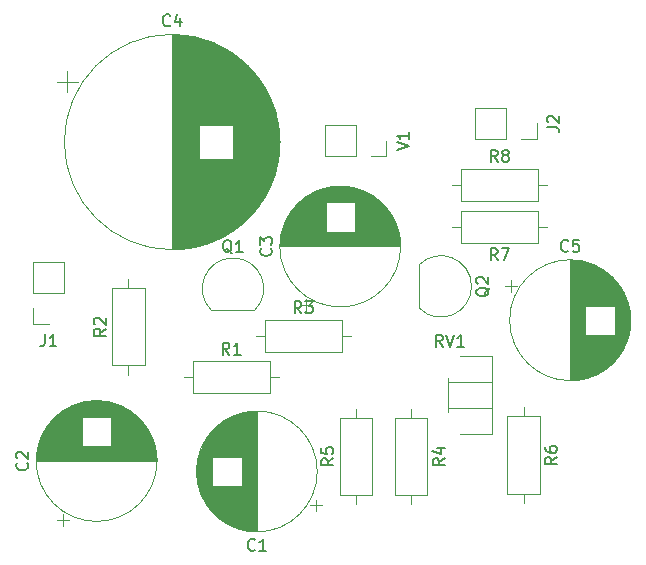
<source format=gto>
%TF.GenerationSoftware,KiCad,Pcbnew,(6.0.0)*%
%TF.CreationDate,2022-01-14T09:14:34+00:00*%
%TF.ProjectId,ampli1,616d706c-6931-42e6-9b69-6361645f7063,rev?*%
%TF.SameCoordinates,Original*%
%TF.FileFunction,Legend,Top*%
%TF.FilePolarity,Positive*%
%FSLAX46Y46*%
G04 Gerber Fmt 4.6, Leading zero omitted, Abs format (unit mm)*
G04 Created by KiCad (PCBNEW (6.0.0)) date 2022-01-14 09:14:34*
%MOMM*%
%LPD*%
G01*
G04 APERTURE LIST*
%ADD10C,0.150000*%
%ADD11C,0.120000*%
G04 APERTURE END LIST*
D10*
%TO.C,V1*%
X128812380Y-75224523D02*
X129812380Y-74891190D01*
X128812380Y-74557857D01*
X129812380Y-73700714D02*
X129812380Y-74272142D01*
X129812380Y-73986428D02*
X128812380Y-73986428D01*
X128955238Y-74081666D01*
X129050476Y-74176904D01*
X129098095Y-74272142D01*
%TO.C,Q2*%
X136647619Y-86855238D02*
X136600000Y-86950476D01*
X136504761Y-87045714D01*
X136361904Y-87188571D01*
X136314285Y-87283809D01*
X136314285Y-87379047D01*
X136552380Y-87331428D02*
X136504761Y-87426666D01*
X136409523Y-87521904D01*
X136219047Y-87569523D01*
X135885714Y-87569523D01*
X135695238Y-87521904D01*
X135600000Y-87426666D01*
X135552380Y-87331428D01*
X135552380Y-87140952D01*
X135600000Y-87045714D01*
X135695238Y-86950476D01*
X135885714Y-86902857D01*
X136219047Y-86902857D01*
X136409523Y-86950476D01*
X136504761Y-87045714D01*
X136552380Y-87140952D01*
X136552380Y-87331428D01*
X135647619Y-86521904D02*
X135600000Y-86474285D01*
X135552380Y-86379047D01*
X135552380Y-86140952D01*
X135600000Y-86045714D01*
X135647619Y-85998095D01*
X135742857Y-85950476D01*
X135838095Y-85950476D01*
X135980952Y-85998095D01*
X136552380Y-86569523D01*
X136552380Y-85950476D01*
%TO.C,C1*%
X116791010Y-109037142D02*
X116743391Y-109084761D01*
X116600534Y-109132380D01*
X116505296Y-109132380D01*
X116362438Y-109084761D01*
X116267200Y-108989523D01*
X116219581Y-108894285D01*
X116171962Y-108703809D01*
X116171962Y-108560952D01*
X116219581Y-108370476D01*
X116267200Y-108275238D01*
X116362438Y-108180000D01*
X116505296Y-108132380D01*
X116600534Y-108132380D01*
X116743391Y-108180000D01*
X116791010Y-108227619D01*
X117743391Y-109132380D02*
X117171962Y-109132380D01*
X117457677Y-109132380D02*
X117457677Y-108132380D01*
X117362438Y-108275238D01*
X117267200Y-108370476D01*
X117171962Y-108418095D01*
%TO.C,R4*%
X132852380Y-101326666D02*
X132376190Y-101660000D01*
X132852380Y-101898095D02*
X131852380Y-101898095D01*
X131852380Y-101517142D01*
X131900000Y-101421904D01*
X131947619Y-101374285D01*
X132042857Y-101326666D01*
X132185714Y-101326666D01*
X132280952Y-101374285D01*
X132328571Y-101421904D01*
X132376190Y-101517142D01*
X132376190Y-101898095D01*
X132185714Y-100469523D02*
X132852380Y-100469523D01*
X131804761Y-100707619D02*
X132519047Y-100945714D01*
X132519047Y-100326666D01*
%TO.C,R5*%
X123422380Y-101326666D02*
X122946190Y-101660000D01*
X123422380Y-101898095D02*
X122422380Y-101898095D01*
X122422380Y-101517142D01*
X122470000Y-101421904D01*
X122517619Y-101374285D01*
X122612857Y-101326666D01*
X122755714Y-101326666D01*
X122850952Y-101374285D01*
X122898571Y-101421904D01*
X122946190Y-101517142D01*
X122946190Y-101898095D01*
X122422380Y-100421904D02*
X122422380Y-100898095D01*
X122898571Y-100945714D01*
X122850952Y-100898095D01*
X122803333Y-100802857D01*
X122803333Y-100564761D01*
X122850952Y-100469523D01*
X122898571Y-100421904D01*
X122993809Y-100374285D01*
X123231904Y-100374285D01*
X123327142Y-100421904D01*
X123374761Y-100469523D01*
X123422380Y-100564761D01*
X123422380Y-100802857D01*
X123374761Y-100898095D01*
X123327142Y-100945714D01*
%TO.C,R1*%
X114623333Y-92532380D02*
X114290000Y-92056190D01*
X114051904Y-92532380D02*
X114051904Y-91532380D01*
X114432857Y-91532380D01*
X114528095Y-91580000D01*
X114575714Y-91627619D01*
X114623333Y-91722857D01*
X114623333Y-91865714D01*
X114575714Y-91960952D01*
X114528095Y-92008571D01*
X114432857Y-92056190D01*
X114051904Y-92056190D01*
X115575714Y-92532380D02*
X115004285Y-92532380D01*
X115290000Y-92532380D02*
X115290000Y-91532380D01*
X115194761Y-91675238D01*
X115099523Y-91770476D01*
X115004285Y-91818095D01*
%TO.C,C3*%
X118127142Y-83546666D02*
X118174761Y-83594285D01*
X118222380Y-83737142D01*
X118222380Y-83832380D01*
X118174761Y-83975238D01*
X118079523Y-84070476D01*
X117984285Y-84118095D01*
X117793809Y-84165714D01*
X117650952Y-84165714D01*
X117460476Y-84118095D01*
X117365238Y-84070476D01*
X117270000Y-83975238D01*
X117222380Y-83832380D01*
X117222380Y-83737142D01*
X117270000Y-83594285D01*
X117317619Y-83546666D01*
X117222380Y-83213333D02*
X117222380Y-82594285D01*
X117603333Y-82927619D01*
X117603333Y-82784761D01*
X117650952Y-82689523D01*
X117698571Y-82641904D01*
X117793809Y-82594285D01*
X118031904Y-82594285D01*
X118127142Y-82641904D01*
X118174761Y-82689523D01*
X118222380Y-82784761D01*
X118222380Y-83070476D01*
X118174761Y-83165714D01*
X118127142Y-83213333D01*
%TO.C,R3*%
X120723333Y-89032380D02*
X120390000Y-88556190D01*
X120151904Y-89032380D02*
X120151904Y-88032380D01*
X120532857Y-88032380D01*
X120628095Y-88080000D01*
X120675714Y-88127619D01*
X120723333Y-88222857D01*
X120723333Y-88365714D01*
X120675714Y-88460952D01*
X120628095Y-88508571D01*
X120532857Y-88556190D01*
X120151904Y-88556190D01*
X121056666Y-88032380D02*
X121675714Y-88032380D01*
X121342380Y-88413333D01*
X121485238Y-88413333D01*
X121580476Y-88460952D01*
X121628095Y-88508571D01*
X121675714Y-88603809D01*
X121675714Y-88841904D01*
X121628095Y-88937142D01*
X121580476Y-88984761D01*
X121485238Y-89032380D01*
X121199523Y-89032380D01*
X121104285Y-88984761D01*
X121056666Y-88937142D01*
%TO.C,Q1*%
X114844761Y-83937619D02*
X114749523Y-83890000D01*
X114654285Y-83794761D01*
X114511428Y-83651904D01*
X114416190Y-83604285D01*
X114320952Y-83604285D01*
X114368571Y-83842380D02*
X114273333Y-83794761D01*
X114178095Y-83699523D01*
X114130476Y-83509047D01*
X114130476Y-83175714D01*
X114178095Y-82985238D01*
X114273333Y-82890000D01*
X114368571Y-82842380D01*
X114559047Y-82842380D01*
X114654285Y-82890000D01*
X114749523Y-82985238D01*
X114797142Y-83175714D01*
X114797142Y-83509047D01*
X114749523Y-83699523D01*
X114654285Y-83794761D01*
X114559047Y-83842380D01*
X114368571Y-83842380D01*
X115749523Y-83842380D02*
X115178095Y-83842380D01*
X115463809Y-83842380D02*
X115463809Y-82842380D01*
X115368571Y-82985238D01*
X115273333Y-83080476D01*
X115178095Y-83128095D01*
%TO.C,C5*%
X143315656Y-83727142D02*
X143268037Y-83774761D01*
X143125180Y-83822380D01*
X143029942Y-83822380D01*
X142887084Y-83774761D01*
X142791846Y-83679523D01*
X142744227Y-83584285D01*
X142696608Y-83393809D01*
X142696608Y-83250952D01*
X142744227Y-83060476D01*
X142791846Y-82965238D01*
X142887084Y-82870000D01*
X143029942Y-82822380D01*
X143125180Y-82822380D01*
X143268037Y-82870000D01*
X143315656Y-82917619D01*
X144220418Y-82822380D02*
X143744227Y-82822380D01*
X143696608Y-83298571D01*
X143744227Y-83250952D01*
X143839465Y-83203333D01*
X144077561Y-83203333D01*
X144172799Y-83250952D01*
X144220418Y-83298571D01*
X144268037Y-83393809D01*
X144268037Y-83631904D01*
X144220418Y-83727142D01*
X144172799Y-83774761D01*
X144077561Y-83822380D01*
X143839465Y-83822380D01*
X143744227Y-83774761D01*
X143696608Y-83727142D01*
%TO.C,R2*%
X104162380Y-90346666D02*
X103686190Y-90680000D01*
X104162380Y-90918095D02*
X103162380Y-90918095D01*
X103162380Y-90537142D01*
X103210000Y-90441904D01*
X103257619Y-90394285D01*
X103352857Y-90346666D01*
X103495714Y-90346666D01*
X103590952Y-90394285D01*
X103638571Y-90441904D01*
X103686190Y-90537142D01*
X103686190Y-90918095D01*
X103257619Y-89965714D02*
X103210000Y-89918095D01*
X103162380Y-89822857D01*
X103162380Y-89584761D01*
X103210000Y-89489523D01*
X103257619Y-89441904D01*
X103352857Y-89394285D01*
X103448095Y-89394285D01*
X103590952Y-89441904D01*
X104162380Y-90013333D01*
X104162380Y-89394285D01*
%TO.C,J1*%
X98996666Y-90822380D02*
X98996666Y-91536666D01*
X98949047Y-91679523D01*
X98853809Y-91774761D01*
X98710952Y-91822380D01*
X98615714Y-91822380D01*
X99996666Y-91822380D02*
X99425238Y-91822380D01*
X99710952Y-91822380D02*
X99710952Y-90822380D01*
X99615714Y-90965238D01*
X99520476Y-91060476D01*
X99425238Y-91108095D01*
%TO.C,R7*%
X137343333Y-84542380D02*
X137010000Y-84066190D01*
X136771904Y-84542380D02*
X136771904Y-83542380D01*
X137152857Y-83542380D01*
X137248095Y-83590000D01*
X137295714Y-83637619D01*
X137343333Y-83732857D01*
X137343333Y-83875714D01*
X137295714Y-83970952D01*
X137248095Y-84018571D01*
X137152857Y-84066190D01*
X136771904Y-84066190D01*
X137676666Y-83542380D02*
X138343333Y-83542380D01*
X137914761Y-84542380D01*
%TO.C,J2*%
X141552380Y-73298333D02*
X142266666Y-73298333D01*
X142409523Y-73345952D01*
X142504761Y-73441190D01*
X142552380Y-73584047D01*
X142552380Y-73679285D01*
X141647619Y-72869761D02*
X141600000Y-72822142D01*
X141552380Y-72726904D01*
X141552380Y-72488809D01*
X141600000Y-72393571D01*
X141647619Y-72345952D01*
X141742857Y-72298333D01*
X141838095Y-72298333D01*
X141980952Y-72345952D01*
X142552380Y-72917380D01*
X142552380Y-72298333D01*
%TO.C,RV1*%
X132679761Y-91852380D02*
X132346428Y-91376190D01*
X132108333Y-91852380D02*
X132108333Y-90852380D01*
X132489285Y-90852380D01*
X132584523Y-90900000D01*
X132632142Y-90947619D01*
X132679761Y-91042857D01*
X132679761Y-91185714D01*
X132632142Y-91280952D01*
X132584523Y-91328571D01*
X132489285Y-91376190D01*
X132108333Y-91376190D01*
X132965476Y-90852380D02*
X133298809Y-91852380D01*
X133632142Y-90852380D01*
X134489285Y-91852380D02*
X133917857Y-91852380D01*
X134203571Y-91852380D02*
X134203571Y-90852380D01*
X134108333Y-90995238D01*
X134013095Y-91090476D01*
X133917857Y-91138095D01*
%TO.C,C4*%
X109613127Y-64637142D02*
X109565508Y-64684761D01*
X109422651Y-64732380D01*
X109327413Y-64732380D01*
X109184555Y-64684761D01*
X109089317Y-64589523D01*
X109041698Y-64494285D01*
X108994079Y-64303809D01*
X108994079Y-64160952D01*
X109041698Y-63970476D01*
X109089317Y-63875238D01*
X109184555Y-63780000D01*
X109327413Y-63732380D01*
X109422651Y-63732380D01*
X109565508Y-63780000D01*
X109613127Y-63827619D01*
X110470270Y-64065714D02*
X110470270Y-64732380D01*
X110232174Y-63684761D02*
X109994079Y-64399047D01*
X110613127Y-64399047D01*
%TO.C,R6*%
X142372380Y-101206666D02*
X141896190Y-101540000D01*
X142372380Y-101778095D02*
X141372380Y-101778095D01*
X141372380Y-101397142D01*
X141420000Y-101301904D01*
X141467619Y-101254285D01*
X141562857Y-101206666D01*
X141705714Y-101206666D01*
X141800952Y-101254285D01*
X141848571Y-101301904D01*
X141896190Y-101397142D01*
X141896190Y-101778095D01*
X141372380Y-100349523D02*
X141372380Y-100540000D01*
X141420000Y-100635238D01*
X141467619Y-100682857D01*
X141610476Y-100778095D01*
X141800952Y-100825714D01*
X142181904Y-100825714D01*
X142277142Y-100778095D01*
X142324761Y-100730476D01*
X142372380Y-100635238D01*
X142372380Y-100444761D01*
X142324761Y-100349523D01*
X142277142Y-100301904D01*
X142181904Y-100254285D01*
X141943809Y-100254285D01*
X141848571Y-100301904D01*
X141800952Y-100349523D01*
X141753333Y-100444761D01*
X141753333Y-100635238D01*
X141800952Y-100730476D01*
X141848571Y-100778095D01*
X141943809Y-100825714D01*
%TO.C,R8*%
X137343333Y-76232380D02*
X137010000Y-75756190D01*
X136771904Y-76232380D02*
X136771904Y-75232380D01*
X137152857Y-75232380D01*
X137248095Y-75280000D01*
X137295714Y-75327619D01*
X137343333Y-75422857D01*
X137343333Y-75565714D01*
X137295714Y-75660952D01*
X137248095Y-75708571D01*
X137152857Y-75756190D01*
X136771904Y-75756190D01*
X137914761Y-75660952D02*
X137819523Y-75613333D01*
X137771904Y-75565714D01*
X137724285Y-75470476D01*
X137724285Y-75422857D01*
X137771904Y-75327619D01*
X137819523Y-75280000D01*
X137914761Y-75232380D01*
X138105238Y-75232380D01*
X138200476Y-75280000D01*
X138248095Y-75327619D01*
X138295714Y-75422857D01*
X138295714Y-75470476D01*
X138248095Y-75565714D01*
X138200476Y-75613333D01*
X138105238Y-75660952D01*
X137914761Y-75660952D01*
X137819523Y-75708571D01*
X137771904Y-75756190D01*
X137724285Y-75851428D01*
X137724285Y-76041904D01*
X137771904Y-76137142D01*
X137819523Y-76184761D01*
X137914761Y-76232380D01*
X138105238Y-76232380D01*
X138200476Y-76184761D01*
X138248095Y-76137142D01*
X138295714Y-76041904D01*
X138295714Y-75851428D01*
X138248095Y-75756190D01*
X138200476Y-75708571D01*
X138105238Y-75660952D01*
%TO.C,C2*%
X97497142Y-101704343D02*
X97544761Y-101751962D01*
X97592380Y-101894819D01*
X97592380Y-101990057D01*
X97544761Y-102132915D01*
X97449523Y-102228153D01*
X97354285Y-102275772D01*
X97163809Y-102323391D01*
X97020952Y-102323391D01*
X96830476Y-102275772D01*
X96735238Y-102228153D01*
X96640000Y-102132915D01*
X96592380Y-101990057D01*
X96592380Y-101894819D01*
X96640000Y-101751962D01*
X96687619Y-101704343D01*
X96687619Y-101323391D02*
X96640000Y-101275772D01*
X96592380Y-101180534D01*
X96592380Y-100942438D01*
X96640000Y-100847200D01*
X96687619Y-100799581D01*
X96782857Y-100751962D01*
X96878095Y-100751962D01*
X97020952Y-100799581D01*
X97592380Y-101371010D01*
X97592380Y-100751962D01*
D11*
%TO.C,V1*%
X125320000Y-75745000D02*
X122720000Y-75745000D01*
X125320000Y-73085000D02*
X122720000Y-73085000D01*
X122720000Y-73085000D02*
X122720000Y-75745000D01*
X127920000Y-74415000D02*
X127920000Y-75745000D01*
X125320000Y-73085000D02*
X125320000Y-75745000D01*
X127920000Y-75745000D02*
X126590000Y-75745000D01*
%TO.C,Q2*%
X130690000Y-84960000D02*
X130690000Y-88560000D01*
X130701522Y-88598478D02*
G75*
G03*
X135140000Y-86760000I1838478J1838478D01*
G01*
X135140001Y-86760000D02*
G75*
G03*
X130701522Y-84921522I-2600001J0D01*
G01*
%TO.C,C1*%
X112996677Y-105636000D02*
X112996677Y-99224000D01*
X116397677Y-107480000D02*
X116397677Y-97380000D01*
X113996677Y-101189000D02*
X113996677Y-98292000D01*
X115476677Y-107292000D02*
X115476677Y-103671000D01*
X114796677Y-107033000D02*
X114796677Y-103671000D01*
X114316677Y-106777000D02*
X114316677Y-103671000D01*
X112036677Y-103808000D02*
X112036677Y-101052000D01*
X114716677Y-106994000D02*
X114716677Y-103671000D01*
X113476677Y-106146000D02*
X113476677Y-103671000D01*
X113756677Y-106387000D02*
X113756677Y-103671000D01*
X114116677Y-101189000D02*
X114116677Y-98209000D01*
X115036677Y-101189000D02*
X115036677Y-97723000D01*
X114996677Y-107120000D02*
X114996677Y-103671000D01*
X113076677Y-105731000D02*
X113076677Y-99129000D01*
X113956677Y-106540000D02*
X113956677Y-103671000D01*
X115436677Y-107280000D02*
X115436677Y-103671000D01*
X112396677Y-104719000D02*
X112396677Y-100141000D01*
X114796677Y-101189000D02*
X114796677Y-97827000D01*
X114556677Y-101189000D02*
X114556677Y-97947000D01*
X112596677Y-105075000D02*
X112596677Y-99785000D01*
X113516677Y-101189000D02*
X113516677Y-98677000D01*
X114756677Y-107014000D02*
X114756677Y-103671000D01*
X112516677Y-104940000D02*
X112516677Y-99920000D01*
X115876677Y-107395000D02*
X115876677Y-97465000D01*
X116677677Y-107503000D02*
X116677677Y-97357000D01*
X112956677Y-105586000D02*
X112956677Y-99274000D01*
X114196677Y-106703000D02*
X114196677Y-103671000D01*
X115676677Y-107348000D02*
X115676677Y-103671000D01*
X115716677Y-107358000D02*
X115716677Y-97502000D01*
X113276677Y-105950000D02*
X113276677Y-103671000D01*
X115996677Y-107420000D02*
X115996677Y-97440000D01*
X114636677Y-101189000D02*
X114636677Y-97905000D01*
X114156677Y-106677000D02*
X114156677Y-103671000D01*
X112796677Y-105375000D02*
X112796677Y-99485000D01*
X116957677Y-107510000D02*
X116957677Y-97350000D01*
X111876677Y-103029000D02*
X111876677Y-101831000D01*
X113236677Y-101189000D02*
X113236677Y-98952000D01*
X114276677Y-101189000D02*
X114276677Y-98107000D01*
X114196677Y-101189000D02*
X114196677Y-98157000D01*
X115156677Y-101189000D02*
X115156677Y-97676000D01*
X114236677Y-106728000D02*
X114236677Y-103671000D01*
X113436677Y-101189000D02*
X113436677Y-98751000D01*
X114316677Y-101189000D02*
X114316677Y-98083000D01*
X112636677Y-105139000D02*
X112636677Y-99721000D01*
X113316677Y-105991000D02*
X113316677Y-103671000D01*
X115116677Y-101189000D02*
X115116677Y-97692000D01*
X115516677Y-107304000D02*
X115516677Y-103671000D01*
X113116677Y-105777000D02*
X113116677Y-99083000D01*
X115756677Y-107368000D02*
X115756677Y-97492000D01*
X115836677Y-107386000D02*
X115836677Y-97474000D01*
X116557677Y-107495000D02*
X116557677Y-97365000D01*
X112676677Y-105200000D02*
X112676677Y-99660000D01*
X116196677Y-107454000D02*
X116196677Y-97406000D01*
X114916677Y-101189000D02*
X114916677Y-97773000D01*
X111916677Y-103292000D02*
X111916677Y-101568000D01*
X116116677Y-107441000D02*
X116116677Y-97419000D01*
X113236677Y-105908000D02*
X113236677Y-103671000D01*
X115556677Y-101189000D02*
X115556677Y-97545000D01*
X115316677Y-101189000D02*
X115316677Y-97619000D01*
X114076677Y-106624000D02*
X114076677Y-103671000D01*
X115396677Y-101189000D02*
X115396677Y-97593000D01*
X112836677Y-105430000D02*
X112836677Y-99430000D01*
X114676677Y-101189000D02*
X114676677Y-97885000D01*
X116717677Y-107505000D02*
X116717677Y-97355000D01*
X116797677Y-107508000D02*
X116797677Y-97352000D01*
X111956677Y-103492000D02*
X111956677Y-101368000D01*
X113676677Y-101189000D02*
X113676677Y-98538000D01*
X112276677Y-104467000D02*
X112276677Y-100393000D01*
X114436677Y-106847000D02*
X114436677Y-103671000D01*
X116597677Y-107498000D02*
X116597677Y-97362000D01*
X113196677Y-105866000D02*
X113196677Y-98994000D01*
X116437677Y-107484000D02*
X116437677Y-97376000D01*
X115076677Y-101189000D02*
X115076677Y-97707000D01*
X115636677Y-107337000D02*
X115636677Y-103671000D01*
X116036677Y-107427000D02*
X116036677Y-97433000D01*
X116317677Y-107470000D02*
X116317677Y-97390000D01*
X114676677Y-106975000D02*
X114676677Y-103671000D01*
X113876677Y-101189000D02*
X113876677Y-98380000D01*
X113636677Y-106288000D02*
X113636677Y-103671000D01*
X112876677Y-105484000D02*
X112876677Y-99376000D01*
X113796677Y-101189000D02*
X113796677Y-98441000D01*
X113356677Y-106031000D02*
X113356677Y-103671000D01*
X116357677Y-107475000D02*
X116357677Y-97385000D01*
X113436677Y-106109000D02*
X113436677Y-103671000D01*
X113556677Y-106219000D02*
X113556677Y-103671000D01*
X113596677Y-106254000D02*
X113596677Y-103671000D01*
X114356677Y-101189000D02*
X114356677Y-98059000D01*
X115196677Y-107198000D02*
X115196677Y-103671000D01*
X115796677Y-107377000D02*
X115796677Y-97483000D01*
X114356677Y-106801000D02*
X114356677Y-103671000D01*
X115396677Y-107267000D02*
X115396677Y-103671000D01*
X114516677Y-101189000D02*
X114516677Y-97968000D01*
X114236677Y-101189000D02*
X114236677Y-98132000D01*
X114636677Y-106955000D02*
X114636677Y-103671000D01*
X115596677Y-101189000D02*
X115596677Y-97533000D01*
X112156677Y-104172000D02*
X112156677Y-100688000D01*
X115516677Y-101189000D02*
X115516677Y-97556000D01*
X116517677Y-107492000D02*
X116517677Y-97368000D01*
X114076677Y-101189000D02*
X114076677Y-98236000D01*
X114836677Y-101189000D02*
X114836677Y-97809000D01*
X114556677Y-106913000D02*
X114556677Y-103671000D01*
X114276677Y-106753000D02*
X114276677Y-103671000D01*
X113716677Y-106355000D02*
X113716677Y-103671000D01*
X113916677Y-106510000D02*
X113916677Y-103671000D01*
X114476677Y-106870000D02*
X114476677Y-103671000D01*
X111996677Y-103660000D02*
X111996677Y-101200000D01*
X121937323Y-105805000D02*
X121937323Y-104805000D01*
X113476677Y-101189000D02*
X113476677Y-98714000D01*
X116757677Y-107507000D02*
X116757677Y-97353000D01*
X114036677Y-106596000D02*
X114036677Y-103671000D01*
X113756677Y-101189000D02*
X113756677Y-98473000D01*
X113916677Y-101189000D02*
X113916677Y-98350000D01*
X112316677Y-104555000D02*
X112316677Y-100305000D01*
X115636677Y-101189000D02*
X115636677Y-97523000D01*
X112556677Y-105009000D02*
X112556677Y-99851000D01*
X116917677Y-107510000D02*
X116917677Y-97350000D01*
X112916677Y-105536000D02*
X112916677Y-99324000D01*
X115276677Y-101189000D02*
X115276677Y-97633000D01*
X115116677Y-107168000D02*
X115116677Y-103671000D01*
X112236677Y-104374000D02*
X112236677Y-100486000D01*
X112756677Y-105319000D02*
X112756677Y-99541000D01*
X114596677Y-106934000D02*
X114596677Y-103671000D01*
X114996677Y-101189000D02*
X114996677Y-97740000D01*
X113676677Y-106322000D02*
X113676677Y-103671000D01*
X113036677Y-105684000D02*
X113036677Y-99176000D01*
X112196677Y-104276000D02*
X112196677Y-100584000D01*
X113156677Y-105822000D02*
X113156677Y-99038000D01*
X114116677Y-106651000D02*
X114116677Y-103671000D01*
X112076677Y-103940000D02*
X112076677Y-100920000D01*
X114836677Y-107051000D02*
X114836677Y-103671000D01*
X112716677Y-105260000D02*
X112716677Y-99600000D01*
X114396677Y-101189000D02*
X114396677Y-98035000D01*
X115436677Y-101189000D02*
X115436677Y-97580000D01*
X116236677Y-107460000D02*
X116236677Y-97400000D01*
X115076677Y-107153000D02*
X115076677Y-103671000D01*
X115556677Y-107315000D02*
X115556677Y-103671000D01*
X113396677Y-106070000D02*
X113396677Y-103671000D01*
X113596677Y-101189000D02*
X113596677Y-98606000D01*
X114036677Y-101189000D02*
X114036677Y-98264000D01*
X116637677Y-107500000D02*
X116637677Y-97360000D01*
X116837677Y-107509000D02*
X116837677Y-97351000D01*
X116277677Y-107465000D02*
X116277677Y-97395000D01*
X114476677Y-101189000D02*
X114476677Y-97990000D01*
X114876677Y-107069000D02*
X114876677Y-103671000D01*
X112476677Y-104869000D02*
X112476677Y-99991000D01*
X113316677Y-101189000D02*
X113316677Y-98869000D01*
X114596677Y-101189000D02*
X114596677Y-97926000D01*
X115196677Y-101189000D02*
X115196677Y-97662000D01*
X114156677Y-101189000D02*
X114156677Y-98183000D01*
X114916677Y-107087000D02*
X114916677Y-103671000D01*
X115676677Y-101189000D02*
X115676677Y-97512000D01*
X113716677Y-101189000D02*
X113716677Y-98505000D01*
X113516677Y-106183000D02*
X113516677Y-103671000D01*
X113836677Y-106450000D02*
X113836677Y-103671000D01*
X112356677Y-104639000D02*
X112356677Y-100221000D01*
X114876677Y-101189000D02*
X114876677Y-97791000D01*
X113356677Y-101189000D02*
X113356677Y-98829000D01*
X113956677Y-101189000D02*
X113956677Y-98320000D01*
X116477677Y-107488000D02*
X116477677Y-97372000D01*
X116076677Y-107434000D02*
X116076677Y-97426000D01*
X116156677Y-107448000D02*
X116156677Y-97412000D01*
X115156677Y-107184000D02*
X115156677Y-103671000D01*
X114956677Y-107104000D02*
X114956677Y-103671000D01*
X114436677Y-101189000D02*
X114436677Y-98013000D01*
X113276677Y-101189000D02*
X113276677Y-98910000D01*
X114716677Y-101189000D02*
X114716677Y-97866000D01*
X112116677Y-104060000D02*
X112116677Y-100800000D01*
X114756677Y-101189000D02*
X114756677Y-97846000D01*
X112436677Y-104795000D02*
X112436677Y-100065000D01*
X113396677Y-101189000D02*
X113396677Y-98790000D01*
X114396677Y-106825000D02*
X114396677Y-103671000D01*
X115236677Y-101189000D02*
X115236677Y-97647000D01*
X115036677Y-107137000D02*
X115036677Y-103671000D01*
X115316677Y-107241000D02*
X115316677Y-103671000D01*
X113636677Y-101189000D02*
X113636677Y-98572000D01*
X113876677Y-106480000D02*
X113876677Y-103671000D01*
X115356677Y-107254000D02*
X115356677Y-103671000D01*
X122437323Y-105305000D02*
X121437323Y-105305000D01*
X116877677Y-107510000D02*
X116877677Y-97350000D01*
X115476677Y-101189000D02*
X115476677Y-97568000D01*
X115356677Y-101189000D02*
X115356677Y-97606000D01*
X115916677Y-107404000D02*
X115916677Y-97456000D01*
X114956677Y-101189000D02*
X114956677Y-97756000D01*
X115596677Y-107327000D02*
X115596677Y-103671000D01*
X115276677Y-107227000D02*
X115276677Y-103671000D01*
X113996677Y-106568000D02*
X113996677Y-103671000D01*
X115956677Y-107412000D02*
X115956677Y-97448000D01*
X113836677Y-101189000D02*
X113836677Y-98410000D01*
X115236677Y-107213000D02*
X115236677Y-103671000D01*
X114516677Y-106892000D02*
X114516677Y-103671000D01*
X113556677Y-101189000D02*
X113556677Y-98641000D01*
X113796677Y-106419000D02*
X113796677Y-103671000D01*
X122077677Y-102430000D02*
G75*
G03*
X122077677Y-102430000I-5120000J0D01*
G01*
%TO.C,R4*%
X131400000Y-104430000D02*
X131400000Y-97890000D01*
X130030000Y-105200000D02*
X130030000Y-104430000D01*
X128660000Y-104430000D02*
X131400000Y-104430000D01*
X131400000Y-97890000D02*
X128660000Y-97890000D01*
X128660000Y-97890000D02*
X128660000Y-104430000D01*
X130030000Y-97120000D02*
X130030000Y-97890000D01*
%TO.C,R5*%
X125340000Y-105200000D02*
X125340000Y-104430000D01*
X125340000Y-97120000D02*
X125340000Y-97890000D01*
X123970000Y-104430000D02*
X126710000Y-104430000D01*
X123970000Y-97890000D02*
X123970000Y-104430000D01*
X126710000Y-104430000D02*
X126710000Y-97890000D01*
X126710000Y-97890000D02*
X123970000Y-97890000D01*
%TO.C,R1*%
X118060000Y-93080000D02*
X111520000Y-93080000D01*
X110750000Y-94450000D02*
X111520000Y-94450000D01*
X118830000Y-94450000D02*
X118060000Y-94450000D01*
X111520000Y-95820000D02*
X118060000Y-95820000D01*
X111520000Y-93080000D02*
X111520000Y-95820000D01*
X118060000Y-95820000D02*
X118060000Y-93080000D01*
%TO.C,C3*%
X119313000Y-81459000D02*
X122779000Y-81459000D01*
X119237000Y-81659000D02*
X122779000Y-81659000D01*
X125261000Y-79859000D02*
X127699000Y-79859000D01*
X119854000Y-80459000D02*
X122779000Y-80459000D01*
X125261000Y-81859000D02*
X128870000Y-81859000D01*
X120584000Y-79619000D02*
X127456000Y-79619000D01*
X125261000Y-80179000D02*
X127977000Y-80179000D01*
X120063000Y-80179000D02*
X122779000Y-80179000D01*
X119009000Y-82539000D02*
X129031000Y-82539000D01*
X118980000Y-82740000D02*
X129060000Y-82740000D01*
X120419000Y-79779000D02*
X122779000Y-79779000D01*
X125261000Y-81579000D02*
X128774000Y-81579000D01*
X119055000Y-82299000D02*
X128985000Y-82299000D01*
X125261000Y-81059000D02*
X128545000Y-81059000D01*
X125261000Y-80939000D02*
X128482000Y-80939000D01*
X121020000Y-79259000D02*
X127020000Y-79259000D01*
X119082000Y-82179000D02*
X128958000Y-82179000D01*
X125261000Y-81939000D02*
X128894000Y-81939000D01*
X119516000Y-81019000D02*
X122779000Y-81019000D01*
X119330000Y-81419000D02*
X122779000Y-81419000D01*
X120231000Y-79979000D02*
X122779000Y-79979000D01*
X125261000Y-81779000D02*
X128844000Y-81779000D01*
X118990000Y-82659000D02*
X129050000Y-82659000D01*
X121983000Y-78699000D02*
X126057000Y-78699000D01*
X119580000Y-80899000D02*
X122779000Y-80899000D01*
X125261000Y-79979000D02*
X127809000Y-79979000D01*
X125261000Y-81419000D02*
X128710000Y-81419000D01*
X119799000Y-80539000D02*
X122779000Y-80539000D01*
X125261000Y-80699000D02*
X128343000Y-80699000D01*
X121375000Y-79019000D02*
X126665000Y-79019000D01*
X125261000Y-81139000D02*
X128584000Y-81139000D01*
X125261000Y-79699000D02*
X127540000Y-79699000D01*
X121895000Y-78739000D02*
X126145000Y-78739000D01*
X125261000Y-81699000D02*
X128817000Y-81699000D01*
X119135000Y-81979000D02*
X122779000Y-81979000D01*
X120500000Y-79699000D02*
X122779000Y-79699000D01*
X119170000Y-81859000D02*
X122779000Y-81859000D01*
X125261000Y-80859000D02*
X128437000Y-80859000D01*
X118985000Y-82700000D02*
X129055000Y-82700000D01*
X118947000Y-83100000D02*
X129093000Y-83100000D01*
X120000000Y-80259000D02*
X122779000Y-80259000D01*
X119209000Y-81739000D02*
X122779000Y-81739000D01*
X118952000Y-83020000D02*
X129088000Y-83020000D01*
X125261000Y-80539000D02*
X128241000Y-80539000D01*
X125261000Y-81979000D02*
X128905000Y-81979000D01*
X120719000Y-79499000D02*
X127321000Y-79499000D01*
X125261000Y-81099000D02*
X128565000Y-81099000D01*
X119436000Y-81179000D02*
X122779000Y-81179000D01*
X125261000Y-80019000D02*
X127844000Y-80019000D01*
X123421000Y-78299000D02*
X124619000Y-78299000D01*
X119023000Y-82459000D02*
X129017000Y-82459000D01*
X121510000Y-78939000D02*
X126530000Y-78939000D01*
X118940000Y-83300000D02*
X129100000Y-83300000D01*
X123158000Y-78339000D02*
X124882000Y-78339000D01*
X119016000Y-82499000D02*
X129024000Y-82499000D01*
X119146000Y-81939000D02*
X122779000Y-81939000D01*
X120542000Y-79659000D02*
X122779000Y-79659000D01*
X119002000Y-82579000D02*
X129038000Y-82579000D01*
X119102000Y-82099000D02*
X122779000Y-82099000D01*
X121250000Y-79099000D02*
X126790000Y-79099000D01*
X125261000Y-80299000D02*
X128070000Y-80299000D01*
X121145000Y-88859646D02*
X121145000Y-87859646D01*
X125261000Y-81259000D02*
X128641000Y-81259000D01*
X119030000Y-82419000D02*
X129010000Y-82419000D01*
X120645000Y-88359646D02*
X121645000Y-88359646D01*
X119910000Y-80379000D02*
X122779000Y-80379000D01*
X125261000Y-81819000D02*
X128857000Y-81819000D01*
X125261000Y-80979000D02*
X128503000Y-80979000D01*
X125261000Y-80819000D02*
X128415000Y-80819000D01*
X119123000Y-82019000D02*
X122779000Y-82019000D01*
X125261000Y-80739000D02*
X128367000Y-80739000D01*
X125261000Y-81339000D02*
X128677000Y-81339000D01*
X125261000Y-80219000D02*
X128009000Y-80219000D01*
X120628000Y-79579000D02*
X127412000Y-79579000D01*
X119346000Y-81379000D02*
X122779000Y-81379000D01*
X121311000Y-79059000D02*
X126729000Y-79059000D01*
X125261000Y-80659000D02*
X128318000Y-80659000D01*
X125261000Y-81659000D02*
X128803000Y-81659000D01*
X118941000Y-83260000D02*
X129099000Y-83260000D01*
X118940000Y-83340000D02*
X129100000Y-83340000D01*
X125261000Y-79939000D02*
X127773000Y-79939000D01*
X125261000Y-79739000D02*
X127581000Y-79739000D01*
X122958000Y-78379000D02*
X125082000Y-78379000D01*
X119399000Y-81259000D02*
X122779000Y-81259000D01*
X122390000Y-78539000D02*
X125650000Y-78539000D01*
X119773000Y-80579000D02*
X122779000Y-80579000D01*
X120814000Y-79419000D02*
X127226000Y-79419000D01*
X120162000Y-80059000D02*
X122779000Y-80059000D01*
X125261000Y-80459000D02*
X128186000Y-80459000D01*
X119363000Y-81339000D02*
X122779000Y-81339000D01*
X119475000Y-81099000D02*
X122779000Y-81099000D01*
X125261000Y-79779000D02*
X127621000Y-79779000D01*
X120864000Y-79379000D02*
X127176000Y-79379000D01*
X120304000Y-79899000D02*
X122779000Y-79899000D01*
X122174000Y-78619000D02*
X125866000Y-78619000D01*
X119495000Y-81059000D02*
X122779000Y-81059000D01*
X119297000Y-81499000D02*
X122779000Y-81499000D01*
X120380000Y-79819000D02*
X122779000Y-79819000D01*
X119940000Y-80339000D02*
X122779000Y-80339000D01*
X121655000Y-78859000D02*
X126385000Y-78859000D01*
X119113000Y-82059000D02*
X122779000Y-82059000D01*
X119282000Y-81539000D02*
X122779000Y-81539000D01*
X118942000Y-83220000D02*
X129098000Y-83220000D01*
X119747000Y-80619000D02*
X122779000Y-80619000D01*
X121811000Y-78779000D02*
X126229000Y-78779000D01*
X125261000Y-79819000D02*
X127660000Y-79819000D01*
X120095000Y-80139000D02*
X122779000Y-80139000D01*
X118945000Y-83140000D02*
X129095000Y-83140000D01*
X121441000Y-78979000D02*
X126599000Y-78979000D01*
X125261000Y-79659000D02*
X127498000Y-79659000D01*
X118962000Y-82900000D02*
X129078000Y-82900000D01*
X121075000Y-79219000D02*
X126965000Y-79219000D01*
X122278000Y-78579000D02*
X125762000Y-78579000D01*
X118940000Y-83380000D02*
X129100000Y-83380000D01*
X119882000Y-80419000D02*
X122779000Y-80419000D01*
X125261000Y-80619000D02*
X128293000Y-80619000D01*
X119697000Y-80699000D02*
X122779000Y-80699000D01*
X119158000Y-81899000D02*
X122779000Y-81899000D01*
X119046000Y-82339000D02*
X128994000Y-82339000D01*
X119826000Y-80499000D02*
X122779000Y-80499000D01*
X119456000Y-81139000D02*
X122779000Y-81139000D01*
X119092000Y-82139000D02*
X128948000Y-82139000D01*
X125261000Y-79899000D02*
X127736000Y-79899000D01*
X119252000Y-81619000D02*
X122779000Y-81619000D01*
X125261000Y-80499000D02*
X128214000Y-80499000D01*
X125261000Y-81499000D02*
X128743000Y-81499000D01*
X119223000Y-81699000D02*
X122779000Y-81699000D01*
X125261000Y-80259000D02*
X128040000Y-80259000D01*
X125261000Y-82099000D02*
X128938000Y-82099000D01*
X119196000Y-81779000D02*
X122779000Y-81779000D01*
X120267000Y-79939000D02*
X122779000Y-79939000D01*
X120196000Y-80019000D02*
X122779000Y-80019000D01*
X120673000Y-79539000D02*
X127367000Y-79539000D01*
X122790000Y-78419000D02*
X125250000Y-78419000D01*
X118958000Y-82940000D02*
X129082000Y-82940000D01*
X125261000Y-80139000D02*
X127945000Y-80139000D01*
X119038000Y-82379000D02*
X129002000Y-82379000D01*
X121581000Y-78899000D02*
X126459000Y-78899000D01*
X120914000Y-79339000D02*
X127126000Y-79339000D01*
X119417000Y-81219000D02*
X122779000Y-81219000D01*
X119673000Y-80739000D02*
X122779000Y-80739000D01*
X125261000Y-81619000D02*
X128788000Y-81619000D01*
X125261000Y-80779000D02*
X128391000Y-80779000D01*
X125261000Y-81539000D02*
X128758000Y-81539000D01*
X118975000Y-82780000D02*
X129065000Y-82780000D01*
X125261000Y-81739000D02*
X128831000Y-81739000D01*
X122076000Y-78659000D02*
X125964000Y-78659000D01*
X120766000Y-79459000D02*
X127274000Y-79459000D01*
X125261000Y-80339000D02*
X128100000Y-80339000D01*
X125261000Y-82019000D02*
X128917000Y-82019000D01*
X122642000Y-78459000D02*
X125398000Y-78459000D01*
X119266000Y-81579000D02*
X122779000Y-81579000D01*
X119603000Y-80859000D02*
X122779000Y-80859000D01*
X121190000Y-79139000D02*
X126850000Y-79139000D01*
X119381000Y-81299000D02*
X122779000Y-81299000D01*
X125261000Y-81379000D02*
X128694000Y-81379000D01*
X125261000Y-82059000D02*
X128927000Y-82059000D01*
X125261000Y-81899000D02*
X128882000Y-81899000D01*
X120966000Y-79299000D02*
X127074000Y-79299000D01*
X122510000Y-78499000D02*
X125530000Y-78499000D01*
X118955000Y-82980000D02*
X129085000Y-82980000D01*
X125261000Y-80899000D02*
X128460000Y-80899000D01*
X125261000Y-81179000D02*
X128604000Y-81179000D01*
X119064000Y-82259000D02*
X128976000Y-82259000D01*
X121731000Y-78819000D02*
X126309000Y-78819000D01*
X118966000Y-82860000D02*
X129074000Y-82860000D01*
X125261000Y-80059000D02*
X127878000Y-80059000D01*
X119073000Y-82219000D02*
X128967000Y-82219000D01*
X120031000Y-80219000D02*
X122779000Y-80219000D01*
X119558000Y-80939000D02*
X122779000Y-80939000D01*
X119183000Y-81819000D02*
X122779000Y-81819000D01*
X125261000Y-80099000D02*
X127912000Y-80099000D01*
X120459000Y-79739000D02*
X122779000Y-79739000D01*
X120128000Y-80099000D02*
X122779000Y-80099000D01*
X125261000Y-80419000D02*
X128158000Y-80419000D01*
X125261000Y-81299000D02*
X128659000Y-81299000D01*
X119649000Y-80779000D02*
X122779000Y-80779000D01*
X125261000Y-81219000D02*
X128623000Y-81219000D01*
X125261000Y-81019000D02*
X128524000Y-81019000D01*
X118943000Y-83180000D02*
X129097000Y-83180000D01*
X118970000Y-82820000D02*
X129070000Y-82820000D01*
X121131000Y-79179000D02*
X126909000Y-79179000D01*
X119722000Y-80659000D02*
X122779000Y-80659000D01*
X120341000Y-79859000D02*
X122779000Y-79859000D01*
X118950000Y-83060000D02*
X129090000Y-83060000D01*
X119625000Y-80819000D02*
X122779000Y-80819000D01*
X125261000Y-81459000D02*
X128727000Y-81459000D01*
X125261000Y-80579000D02*
X128267000Y-80579000D01*
X119970000Y-80299000D02*
X122779000Y-80299000D01*
X119537000Y-80979000D02*
X122779000Y-80979000D01*
X125261000Y-80379000D02*
X128130000Y-80379000D01*
X118996000Y-82619000D02*
X129044000Y-82619000D01*
X129140000Y-83380000D02*
G75*
G03*
X129140000Y-83380000I-5120000J0D01*
G01*
%TO.C,R3*%
X117620000Y-92320000D02*
X124160000Y-92320000D01*
X124160000Y-89580000D02*
X117620000Y-89580000D01*
X117620000Y-89580000D02*
X117620000Y-92320000D01*
X116850000Y-90950000D02*
X117620000Y-90950000D01*
X124930000Y-90950000D02*
X124160000Y-90950000D01*
X124160000Y-92320000D02*
X124160000Y-89580000D01*
%TO.C,Q1*%
X113140000Y-88800000D02*
X116740000Y-88800000D01*
X116778478Y-88788478D02*
G75*
G03*
X114940000Y-84350000I-1838478J1838478D01*
G01*
X114940000Y-84349999D02*
G75*
G03*
X113101522Y-88788478I0J-2600001D01*
G01*
%TO.C,C5*%
X146403323Y-85454000D02*
X146403323Y-88379000D01*
X145083323Y-90861000D02*
X145083323Y-94444000D01*
X145443323Y-90861000D02*
X145443323Y-94310000D01*
X145883323Y-90861000D02*
X145883323Y-94103000D01*
X145283323Y-84866000D02*
X145283323Y-88379000D01*
X147043323Y-90861000D02*
X147043323Y-93260000D01*
X144002323Y-84566000D02*
X144002323Y-94674000D01*
X146323323Y-85399000D02*
X146323323Y-88379000D01*
X144843323Y-84723000D02*
X144843323Y-88379000D01*
X146443323Y-90861000D02*
X146443323Y-93758000D01*
X148243323Y-87774000D02*
X148243323Y-91466000D01*
X145843323Y-85116000D02*
X145843323Y-88379000D01*
X143842323Y-84552000D02*
X143842323Y-94688000D01*
X146803323Y-85762000D02*
X146803323Y-88379000D01*
X148003323Y-87255000D02*
X148003323Y-91985000D01*
X147003323Y-85941000D02*
X147003323Y-88379000D01*
X146283323Y-85373000D02*
X146283323Y-88379000D01*
X147123323Y-86059000D02*
X147123323Y-88379000D01*
X144122323Y-84580000D02*
X144122323Y-94660000D01*
X143682323Y-84543000D02*
X143682323Y-94697000D01*
X148043323Y-87331000D02*
X148043323Y-91909000D01*
X146763323Y-85728000D02*
X146763323Y-88379000D01*
X146523323Y-85540000D02*
X146523323Y-88379000D01*
X144763323Y-84702000D02*
X144763323Y-88379000D01*
X143562323Y-84540000D02*
X143562323Y-94700000D01*
X144162323Y-84585000D02*
X144162323Y-94655000D01*
X145763323Y-90861000D02*
X145763323Y-94165000D01*
X145683323Y-90861000D02*
X145683323Y-94204000D01*
X145603323Y-84999000D02*
X145603323Y-88379000D01*
X143762323Y-84547000D02*
X143762323Y-94693000D01*
X147883323Y-87041000D02*
X147883323Y-92199000D01*
X138502677Y-86245000D02*
X138502677Y-87245000D01*
X147643323Y-86675000D02*
X147643323Y-92565000D01*
X146643323Y-90861000D02*
X146643323Y-93609000D01*
X145203323Y-90861000D02*
X145203323Y-94403000D01*
X145123323Y-84809000D02*
X145123323Y-88379000D01*
X143602323Y-84541000D02*
X143602323Y-94699000D01*
X148323323Y-87990000D02*
X148323323Y-91250000D01*
X144042323Y-84570000D02*
X144042323Y-94670000D01*
X143722323Y-84545000D02*
X143722323Y-94695000D01*
X147163323Y-86100000D02*
X147163323Y-88379000D01*
X145803323Y-85095000D02*
X145803323Y-88379000D01*
X144203323Y-84590000D02*
X144203323Y-94650000D01*
X138002677Y-86745000D02*
X139002677Y-86745000D01*
X147683323Y-86731000D02*
X147683323Y-92509000D01*
X145643323Y-85017000D02*
X145643323Y-88379000D01*
X144803323Y-84713000D02*
X144803323Y-88379000D01*
X145363323Y-84897000D02*
X145363323Y-88379000D01*
X145523323Y-84963000D02*
X145523323Y-88379000D01*
X145603323Y-90861000D02*
X145603323Y-94241000D01*
X146083323Y-90861000D02*
X146083323Y-93991000D01*
X146723323Y-85695000D02*
X146723323Y-88379000D01*
X146043323Y-90861000D02*
X146043323Y-94015000D01*
X145203323Y-84837000D02*
X145203323Y-88379000D01*
X147203323Y-90861000D02*
X147203323Y-93098000D01*
X147083323Y-90861000D02*
X147083323Y-93221000D01*
X144683323Y-84682000D02*
X144683323Y-94558000D01*
X145003323Y-90861000D02*
X145003323Y-94470000D01*
X146003323Y-85203000D02*
X146003323Y-88379000D01*
X144483323Y-84638000D02*
X144483323Y-94602000D01*
X145723323Y-90861000D02*
X145723323Y-94184000D01*
X146203323Y-85322000D02*
X146203323Y-88379000D01*
X147083323Y-86019000D02*
X147083323Y-88379000D01*
X144563323Y-84655000D02*
X144563323Y-94585000D01*
X144643323Y-84673000D02*
X144643323Y-94567000D01*
X143882323Y-84555000D02*
X143882323Y-94685000D01*
X146043323Y-85225000D02*
X146043323Y-88379000D01*
X146003323Y-90861000D02*
X146003323Y-94037000D01*
X145923323Y-90861000D02*
X145923323Y-94082000D01*
X145523323Y-90861000D02*
X145523323Y-94277000D01*
X146963323Y-85904000D02*
X146963323Y-88379000D01*
X148163323Y-87583000D02*
X148163323Y-91657000D01*
X146883323Y-85831000D02*
X146883323Y-88379000D01*
X148483323Y-88558000D02*
X148483323Y-90682000D01*
X144883323Y-90861000D02*
X144883323Y-94505000D01*
X146243323Y-85347000D02*
X146243323Y-88379000D01*
X146163323Y-90861000D02*
X146163323Y-93943000D01*
X145163323Y-84823000D02*
X145163323Y-88379000D01*
X148083323Y-87411000D02*
X148083323Y-91829000D01*
X144763323Y-90861000D02*
X144763323Y-94538000D01*
X145283323Y-90861000D02*
X145283323Y-94374000D01*
X146843323Y-85796000D02*
X146843323Y-88379000D01*
X144723323Y-84692000D02*
X144723323Y-94548000D01*
X146563323Y-90861000D02*
X146563323Y-93670000D01*
X146603323Y-90861000D02*
X146603323Y-93640000D01*
X144363323Y-84616000D02*
X144363323Y-94624000D01*
X145723323Y-85056000D02*
X145723323Y-88379000D01*
X147563323Y-86566000D02*
X147563323Y-92674000D01*
X145683323Y-85036000D02*
X145683323Y-88379000D01*
X146443323Y-85482000D02*
X146443323Y-88379000D01*
X145923323Y-85158000D02*
X145923323Y-88379000D01*
X147843323Y-86975000D02*
X147843323Y-92265000D01*
X146683323Y-90861000D02*
X146683323Y-93577000D01*
X146483323Y-85510000D02*
X146483323Y-88379000D01*
X145563323Y-84981000D02*
X145563323Y-88379000D01*
X144923323Y-84746000D02*
X144923323Y-88379000D01*
X146243323Y-90861000D02*
X146243323Y-93893000D01*
X145363323Y-90861000D02*
X145363323Y-94343000D01*
X146763323Y-90861000D02*
X146763323Y-93512000D01*
X147523323Y-86514000D02*
X147523323Y-92726000D01*
X144443323Y-84630000D02*
X144443323Y-94610000D01*
X147043323Y-85980000D02*
X147043323Y-88379000D01*
X144923323Y-90861000D02*
X144923323Y-94494000D01*
X147403323Y-86366000D02*
X147403323Y-92874000D01*
X144082323Y-84575000D02*
X144082323Y-94665000D01*
X147203323Y-86142000D02*
X147203323Y-88379000D01*
X143642323Y-84542000D02*
X143642323Y-94698000D01*
X145003323Y-84770000D02*
X145003323Y-88379000D01*
X145643323Y-90861000D02*
X145643323Y-94223000D01*
X145883323Y-85137000D02*
X145883323Y-88379000D01*
X144963323Y-84758000D02*
X144963323Y-88379000D01*
X145123323Y-90861000D02*
X145123323Y-94431000D01*
X146923323Y-85867000D02*
X146923323Y-88379000D01*
X145083323Y-84796000D02*
X145083323Y-88379000D01*
X146523323Y-90861000D02*
X146523323Y-93700000D01*
X145323323Y-90861000D02*
X145323323Y-94358000D01*
X147323323Y-86273000D02*
X147323323Y-92967000D01*
X145243323Y-90861000D02*
X145243323Y-94388000D01*
X147283323Y-86228000D02*
X147283323Y-93012000D01*
X146843323Y-90861000D02*
X146843323Y-93444000D01*
X147763323Y-86850000D02*
X147763323Y-92390000D01*
X143522323Y-84540000D02*
X143522323Y-94700000D01*
X145803323Y-90861000D02*
X145803323Y-94145000D01*
X146643323Y-85631000D02*
X146643323Y-88379000D01*
X145483323Y-90861000D02*
X145483323Y-94294000D01*
X146483323Y-90861000D02*
X146483323Y-93730000D01*
X146123323Y-90861000D02*
X146123323Y-93967000D01*
X145403323Y-90861000D02*
X145403323Y-94327000D01*
X146203323Y-90861000D02*
X146203323Y-93918000D01*
X147723323Y-86790000D02*
X147723323Y-92450000D01*
X146923323Y-90861000D02*
X146923323Y-93373000D01*
X146323323Y-90861000D02*
X146323323Y-93841000D01*
X146723323Y-90861000D02*
X146723323Y-93545000D01*
X146963323Y-90861000D02*
X146963323Y-93336000D01*
X145963323Y-90861000D02*
X145963323Y-94060000D01*
X145563323Y-90861000D02*
X145563323Y-94259000D01*
X146123323Y-85273000D02*
X146123323Y-88379000D01*
X146083323Y-85249000D02*
X146083323Y-88379000D01*
X144243323Y-84596000D02*
X144243323Y-94644000D01*
X146883323Y-90861000D02*
X146883323Y-93409000D01*
X146683323Y-85663000D02*
X146683323Y-88379000D01*
X146163323Y-85297000D02*
X146163323Y-88379000D01*
X148123323Y-87495000D02*
X148123323Y-91745000D01*
X145843323Y-90861000D02*
X145843323Y-94124000D01*
X146283323Y-90861000D02*
X146283323Y-93867000D01*
X145443323Y-84930000D02*
X145443323Y-88379000D01*
X144963323Y-90861000D02*
X144963323Y-94482000D01*
X144803323Y-90861000D02*
X144803323Y-94527000D01*
X146563323Y-85570000D02*
X146563323Y-88379000D01*
X143962323Y-84562000D02*
X143962323Y-94678000D01*
X144323323Y-84609000D02*
X144323323Y-94631000D01*
X147483323Y-86464000D02*
X147483323Y-92776000D01*
X148363323Y-88110000D02*
X148363323Y-91130000D01*
X147923323Y-87110000D02*
X147923323Y-92130000D01*
X144523323Y-84646000D02*
X144523323Y-94594000D01*
X147603323Y-86620000D02*
X147603323Y-92620000D01*
X147243323Y-86184000D02*
X147243323Y-93056000D01*
X144403323Y-84623000D02*
X144403323Y-94617000D01*
X147803323Y-86911000D02*
X147803323Y-92329000D01*
X147963323Y-87181000D02*
X147963323Y-92059000D01*
X148523323Y-88758000D02*
X148523323Y-90482000D01*
X148203323Y-87676000D02*
X148203323Y-91564000D01*
X144283323Y-84602000D02*
X144283323Y-94638000D01*
X146363323Y-85426000D02*
X146363323Y-88379000D01*
X145043323Y-90861000D02*
X145043323Y-94457000D01*
X147363323Y-86319000D02*
X147363323Y-92921000D01*
X147163323Y-90861000D02*
X147163323Y-93140000D01*
X144883323Y-84735000D02*
X144883323Y-88379000D01*
X145403323Y-84913000D02*
X145403323Y-88379000D01*
X144843323Y-90861000D02*
X144843323Y-94517000D01*
X145763323Y-85075000D02*
X145763323Y-88379000D01*
X147123323Y-90861000D02*
X147123323Y-93181000D01*
X148443323Y-88390000D02*
X148443323Y-90850000D01*
X146803323Y-90861000D02*
X146803323Y-93478000D01*
X145243323Y-84852000D02*
X145243323Y-88379000D01*
X145163323Y-90861000D02*
X145163323Y-94417000D01*
X148283323Y-87878000D02*
X148283323Y-91362000D01*
X145963323Y-85180000D02*
X145963323Y-88379000D01*
X145483323Y-84946000D02*
X145483323Y-88379000D01*
X144603323Y-84664000D02*
X144603323Y-94576000D01*
X143482323Y-84540000D02*
X143482323Y-94700000D01*
X145323323Y-84882000D02*
X145323323Y-88379000D01*
X147003323Y-90861000D02*
X147003323Y-93299000D01*
X147443323Y-86414000D02*
X147443323Y-92826000D01*
X145043323Y-84783000D02*
X145043323Y-88379000D01*
X143922323Y-84558000D02*
X143922323Y-94682000D01*
X146403323Y-90861000D02*
X146403323Y-93786000D01*
X143802323Y-84550000D02*
X143802323Y-94690000D01*
X148403323Y-88242000D02*
X148403323Y-90998000D01*
X148563323Y-89021000D02*
X148563323Y-90219000D01*
X146363323Y-90861000D02*
X146363323Y-93814000D01*
X146603323Y-85600000D02*
X146603323Y-88379000D01*
X148602323Y-89620000D02*
G75*
G03*
X148602323Y-89620000I-5120000J0D01*
G01*
%TO.C,R2*%
X106080000Y-94220000D02*
X106080000Y-93450000D01*
X107450000Y-86910000D02*
X104710000Y-86910000D01*
X104710000Y-93450000D02*
X107450000Y-93450000D01*
X106080000Y-86140000D02*
X106080000Y-86910000D01*
X104710000Y-86910000D02*
X104710000Y-93450000D01*
X107450000Y-93450000D02*
X107450000Y-86910000D01*
%TO.C,J1*%
X99330000Y-89930000D02*
X98000000Y-89930000D01*
X98000000Y-89930000D02*
X98000000Y-88600000D01*
X98000000Y-87330000D02*
X98000000Y-84730000D01*
X100660000Y-87330000D02*
X98000000Y-87330000D01*
X100660000Y-87330000D02*
X100660000Y-84730000D01*
X100660000Y-84730000D02*
X98000000Y-84730000D01*
%TO.C,R7*%
X133470000Y-81720000D02*
X134240000Y-81720000D01*
X134240000Y-80350000D02*
X134240000Y-83090000D01*
X140780000Y-83090000D02*
X140780000Y-80350000D01*
X141550000Y-81720000D02*
X140780000Y-81720000D01*
X134240000Y-83090000D02*
X140780000Y-83090000D01*
X140780000Y-80350000D02*
X134240000Y-80350000D01*
%TO.C,J2*%
X138060000Y-74295000D02*
X135460000Y-74295000D01*
X135460000Y-71635000D02*
X135460000Y-74295000D01*
X138060000Y-71635000D02*
X138060000Y-74295000D01*
X140660000Y-72965000D02*
X140660000Y-74295000D01*
X140660000Y-74295000D02*
X139330000Y-74295000D01*
X138060000Y-71635000D02*
X135460000Y-71635000D01*
%TO.C,RV1*%
X133154000Y-94840000D02*
X133154000Y-97080000D01*
X133154000Y-97080000D02*
X136895000Y-97080000D01*
X134200000Y-92690000D02*
X136895000Y-92690000D01*
X136895000Y-92690000D02*
X136895000Y-99230000D01*
X134200000Y-99230000D02*
X136895000Y-99230000D01*
X133154000Y-94840000D02*
X136895000Y-94840000D01*
X136895000Y-94840000D02*
X136895000Y-97080000D01*
X133154000Y-94526000D02*
X133154000Y-97395000D01*
%TO.C,C4*%
X112060794Y-65739000D02*
X112060794Y-83321000D01*
X115340794Y-67340000D02*
X115340794Y-81720000D01*
X113900794Y-75970000D02*
X113900794Y-82627000D01*
X113340794Y-66173000D02*
X113340794Y-73090000D01*
X115380794Y-67371000D02*
X115380794Y-81689000D01*
X116900794Y-68870000D02*
X116900794Y-80190000D01*
X118179794Y-71018000D02*
X118179794Y-78042000D01*
X111940794Y-65709000D02*
X111940794Y-83351000D01*
X118539794Y-72032000D02*
X118539794Y-77028000D01*
X112260794Y-75970000D02*
X112260794Y-83267000D01*
X112340794Y-65816000D02*
X112340794Y-73090000D01*
X114500794Y-66766000D02*
X114500794Y-73090000D01*
X112140794Y-65760000D02*
X112140794Y-73090000D01*
X112500794Y-65865000D02*
X112500794Y-73090000D01*
X115180794Y-67220000D02*
X115180794Y-81840000D01*
X115060794Y-67133000D02*
X115060794Y-81927000D01*
X113100794Y-66075000D02*
X113100794Y-73090000D01*
X111740794Y-65663000D02*
X111740794Y-83397000D01*
X114580794Y-75970000D02*
X114580794Y-82245000D01*
X114140794Y-66559000D02*
X114140794Y-73090000D01*
X117180794Y-69239000D02*
X117180794Y-79821000D01*
X116100794Y-67994000D02*
X116100794Y-81066000D01*
X112300794Y-65805000D02*
X112300794Y-73090000D01*
X112540794Y-75970000D02*
X112540794Y-83183000D01*
X118299794Y-71316000D02*
X118299794Y-77744000D01*
X112340794Y-75970000D02*
X112340794Y-83244000D01*
X112660794Y-65916000D02*
X112660794Y-73090000D01*
X112540794Y-65877000D02*
X112540794Y-73090000D01*
X117700794Y-70048000D02*
X117700794Y-79012000D01*
X113380794Y-75970000D02*
X113380794Y-82870000D01*
X114060794Y-75970000D02*
X114060794Y-82544000D01*
X117380794Y-69528000D02*
X117380794Y-79532000D01*
X110219794Y-65460000D02*
X110219794Y-83600000D01*
X112700794Y-75970000D02*
X112700794Y-83130000D01*
X118699794Y-72670000D02*
X118699794Y-76390000D01*
X114460794Y-75970000D02*
X114460794Y-82318000D01*
X117620794Y-69910000D02*
X117620794Y-79150000D01*
X113540794Y-66261000D02*
X113540794Y-73090000D01*
X113860794Y-75970000D02*
X113860794Y-82647000D01*
X113060794Y-66060000D02*
X113060794Y-73090000D01*
X113220794Y-75970000D02*
X113220794Y-82937000D01*
X114980794Y-67077000D02*
X114980794Y-81983000D01*
X110459794Y-65475000D02*
X110459794Y-83585000D01*
X117900794Y-70417000D02*
X117900794Y-78643000D01*
X118259794Y-71213000D02*
X118259794Y-77847000D01*
X113540794Y-75970000D02*
X113540794Y-82799000D01*
X114220794Y-75970000D02*
X114220794Y-82457000D01*
X117580794Y-69844000D02*
X117580794Y-79216000D01*
X115420794Y-67403000D02*
X115420794Y-81657000D01*
X117420794Y-69589000D02*
X117420794Y-79471000D01*
X112140794Y-75970000D02*
X112140794Y-83300000D01*
X111900794Y-65699000D02*
X111900794Y-83361000D01*
X113940794Y-75970000D02*
X113940794Y-82606000D01*
X118339794Y-71423000D02*
X118339794Y-77637000D01*
X114020794Y-66495000D02*
X114020794Y-73090000D01*
X115260794Y-67280000D02*
X115260794Y-81780000D01*
X113620794Y-66297000D02*
X113620794Y-73090000D01*
X110700794Y-65496000D02*
X110700794Y-83564000D01*
X115500794Y-67466000D02*
X115500794Y-81594000D01*
X110580794Y-65485000D02*
X110580794Y-83575000D01*
X111540794Y-65621000D02*
X111540794Y-83439000D01*
X114820794Y-75970000D02*
X114820794Y-82091000D01*
X118659794Y-72491000D02*
X118659794Y-76569000D01*
X113580794Y-66279000D02*
X113580794Y-73090000D01*
X116940794Y-68921000D02*
X116940794Y-80139000D01*
X113460794Y-75970000D02*
X113460794Y-82835000D01*
X116580794Y-68492000D02*
X116580794Y-80568000D01*
X110019794Y-65453000D02*
X110019794Y-83607000D01*
X113900794Y-66433000D02*
X113900794Y-73090000D01*
X112220794Y-75970000D02*
X112220794Y-83278000D01*
X118059794Y-70746000D02*
X118059794Y-78314000D01*
X113020794Y-75970000D02*
X113020794Y-83016000D01*
X113020794Y-66044000D02*
X113020794Y-73090000D01*
X112180794Y-65771000D02*
X112180794Y-73090000D01*
X114420794Y-75970000D02*
X114420794Y-82342000D01*
X116220794Y-68112000D02*
X116220794Y-80948000D01*
X110900794Y-65519000D02*
X110900794Y-83541000D01*
X113420794Y-75970000D02*
X113420794Y-82853000D01*
X112420794Y-65840000D02*
X112420794Y-73090000D01*
X114180794Y-75970000D02*
X114180794Y-82479000D01*
X114420794Y-66718000D02*
X114420794Y-73090000D01*
X110620794Y-65488000D02*
X110620794Y-83572000D01*
X118379794Y-71534000D02*
X118379794Y-77526000D01*
X117140794Y-69184000D02*
X117140794Y-79876000D01*
X117780794Y-70191000D02*
X117780794Y-78869000D01*
X111140794Y-65551000D02*
X111140794Y-83509000D01*
X111620794Y-65637000D02*
X111620794Y-83423000D01*
X113100794Y-75970000D02*
X113100794Y-82985000D01*
X116500794Y-68404000D02*
X116500794Y-80656000D01*
X112780794Y-65957000D02*
X112780794Y-73090000D01*
X115780794Y-67701000D02*
X115780794Y-81359000D01*
X112300794Y-75970000D02*
X112300794Y-83255000D01*
X111420794Y-65598000D02*
X111420794Y-83462000D01*
X109899794Y-65450000D02*
X109899794Y-83610000D01*
X115580794Y-67531000D02*
X115580794Y-81529000D01*
X109939794Y-65451000D02*
X109939794Y-83609000D01*
X113500794Y-75970000D02*
X113500794Y-82817000D01*
X115540794Y-67499000D02*
X115540794Y-81561000D01*
X110940794Y-65524000D02*
X110940794Y-83536000D01*
X112820794Y-65971000D02*
X112820794Y-73090000D01*
X117260794Y-69352000D02*
X117260794Y-79708000D01*
X116260794Y-68152000D02*
X116260794Y-80908000D01*
X111660794Y-65645000D02*
X111660794Y-83415000D01*
X112420794Y-75970000D02*
X112420794Y-83220000D01*
X112180794Y-75970000D02*
X112180794Y-83289000D01*
X116180794Y-68072000D02*
X116180794Y-80988000D01*
X111780794Y-65672000D02*
X111780794Y-83388000D01*
X112660794Y-75970000D02*
X112660794Y-83144000D01*
X111700794Y-65654000D02*
X111700794Y-83406000D01*
X110860794Y-65514000D02*
X110860794Y-83546000D01*
X118739794Y-72869000D02*
X118739794Y-76191000D01*
X113700794Y-66335000D02*
X113700794Y-73090000D01*
X110339794Y-65467000D02*
X110339794Y-83593000D01*
X111980794Y-65719000D02*
X111980794Y-83341000D01*
X118859794Y-73716000D02*
X118859794Y-75344000D01*
X113300794Y-66156000D02*
X113300794Y-73090000D01*
X114380794Y-75970000D02*
X114380794Y-82365000D01*
X112900794Y-75970000D02*
X112900794Y-83060000D01*
X110379794Y-65469000D02*
X110379794Y-83591000D01*
X118899794Y-74490000D02*
X118899794Y-74570000D01*
X111820794Y-65681000D02*
X111820794Y-83379000D01*
X112740794Y-75970000D02*
X112740794Y-83117000D01*
X117300794Y-69410000D02*
X117300794Y-79650000D01*
X111260794Y-65570000D02*
X111260794Y-83490000D01*
X113180794Y-75970000D02*
X113180794Y-82953000D01*
X112100794Y-75970000D02*
X112100794Y-83310000D01*
X115300794Y-67310000D02*
X115300794Y-81750000D01*
X110500794Y-65478000D02*
X110500794Y-83582000D01*
X116660794Y-68583000D02*
X116660794Y-80477000D01*
X113460794Y-66225000D02*
X113460794Y-73090000D01*
X114300794Y-75970000D02*
X114300794Y-82412000D01*
X114180794Y-66581000D02*
X114180794Y-73090000D01*
X114620794Y-66840000D02*
X114620794Y-73090000D01*
X112580794Y-65890000D02*
X112580794Y-73090000D01*
X113340794Y-75970000D02*
X113340794Y-82887000D01*
X116620794Y-68537000D02*
X116620794Y-80523000D01*
X114540794Y-75970000D02*
X114540794Y-82270000D01*
X116820794Y-68772000D02*
X116820794Y-80288000D01*
X117940794Y-70497000D02*
X117940794Y-78563000D01*
X116020794Y-67918000D02*
X116020794Y-81142000D01*
X115020794Y-67105000D02*
X115020794Y-81955000D01*
X114740794Y-75970000D02*
X114740794Y-82144000D01*
X109979794Y-65452000D02*
X109979794Y-83608000D01*
X114620794Y-75970000D02*
X114620794Y-82220000D01*
X110820794Y-65509000D02*
X110820794Y-83551000D01*
X114540794Y-66790000D02*
X114540794Y-73090000D01*
X118139794Y-70925000D02*
X118139794Y-78135000D01*
X117460794Y-69651000D02*
X117460794Y-79409000D01*
X113820794Y-75970000D02*
X113820794Y-82667000D01*
X114940794Y-75970000D02*
X114940794Y-82010000D01*
X112980794Y-66029000D02*
X112980794Y-73090000D01*
X114740794Y-66916000D02*
X114740794Y-73090000D01*
X115100794Y-67162000D02*
X115100794Y-81898000D01*
X114500794Y-75970000D02*
X114500794Y-82294000D01*
X114220794Y-66603000D02*
X114220794Y-73090000D01*
X112860794Y-65985000D02*
X112860794Y-73090000D01*
X110419794Y-65472000D02*
X110419794Y-83588000D01*
X112900794Y-66000000D02*
X112900794Y-73090000D01*
X113260794Y-66140000D02*
X113260794Y-73090000D01*
X114660794Y-66865000D02*
X114660794Y-73090000D01*
X111580794Y-65629000D02*
X111580794Y-83431000D01*
X113500794Y-66243000D02*
X113500794Y-73090000D01*
X113740794Y-66354000D02*
X113740794Y-73090000D01*
X115900794Y-67808000D02*
X115900794Y-81252000D01*
X114060794Y-66516000D02*
X114060794Y-73090000D01*
X112260794Y-65793000D02*
X112260794Y-73090000D01*
X100920354Y-68515000D02*
X100920354Y-70315000D01*
X115700794Y-67632000D02*
X115700794Y-81428000D01*
X118499794Y-71898000D02*
X118499794Y-77162000D01*
X113780794Y-75970000D02*
X113780794Y-82686000D01*
X114340794Y-75970000D02*
X114340794Y-82389000D01*
X113420794Y-66207000D02*
X113420794Y-73090000D01*
X113220794Y-66123000D02*
X113220794Y-73090000D01*
X116780794Y-68724000D02*
X116780794Y-80336000D01*
X115980794Y-67881000D02*
X115980794Y-81179000D01*
X115460794Y-67434000D02*
X115460794Y-81626000D01*
X118099794Y-70834000D02*
X118099794Y-78226000D01*
X117020794Y-69024000D02*
X117020794Y-80036000D01*
X111860794Y-65690000D02*
X111860794Y-83370000D01*
X113940794Y-66454000D02*
X113940794Y-73090000D01*
X118579794Y-72175000D02*
X118579794Y-76885000D01*
X116980794Y-68972000D02*
X116980794Y-80088000D01*
X112700794Y-65930000D02*
X112700794Y-73090000D01*
X112020794Y-65729000D02*
X112020794Y-83331000D01*
X118779794Y-73095000D02*
X118779794Y-75965000D01*
X115940794Y-67844000D02*
X115940794Y-81216000D01*
X113980794Y-66474000D02*
X113980794Y-73090000D01*
X110980794Y-65529000D02*
X110980794Y-83531000D01*
X117660794Y-69978000D02*
X117660794Y-79082000D01*
X113700794Y-75970000D02*
X113700794Y-82725000D01*
X113620794Y-75970000D02*
X113620794Y-82763000D01*
X111100794Y-65546000D02*
X111100794Y-83514000D01*
X118219794Y-71114000D02*
X118219794Y-77946000D01*
X114340794Y-66671000D02*
X114340794Y-73090000D01*
X114660794Y-75970000D02*
X114660794Y-82195000D01*
X115620794Y-67565000D02*
X115620794Y-81495000D01*
X113740794Y-75970000D02*
X113740794Y-82706000D01*
X115820794Y-67736000D02*
X115820794Y-81324000D01*
X117979794Y-70578000D02*
X117979794Y-78482000D01*
X116140794Y-68033000D02*
X116140794Y-81027000D01*
X113980794Y-75970000D02*
X113980794Y-82586000D01*
X116740794Y-68676000D02*
X116740794Y-80384000D01*
X109859794Y-65450000D02*
X109859794Y-83610000D01*
X111380794Y-65591000D02*
X111380794Y-83469000D01*
X113180794Y-66107000D02*
X113180794Y-73090000D01*
X114780794Y-75970000D02*
X114780794Y-82118000D01*
X116060794Y-67956000D02*
X116060794Y-81104000D01*
X112940794Y-75970000D02*
X112940794Y-83046000D01*
X113140794Y-66091000D02*
X113140794Y-73090000D01*
X114780794Y-66942000D02*
X114780794Y-73090000D01*
X111340794Y-65584000D02*
X111340794Y-83476000D01*
X112380794Y-75970000D02*
X112380794Y-83232000D01*
X117220794Y-69295000D02*
X117220794Y-79765000D01*
X116700794Y-68629000D02*
X116700794Y-80431000D01*
X114900794Y-67022000D02*
X114900794Y-73090000D01*
X109819794Y-65450000D02*
X109819794Y-83610000D01*
X114100794Y-66538000D02*
X114100794Y-73090000D01*
X112940794Y-66014000D02*
X112940794Y-73090000D01*
X116380794Y-68276000D02*
X116380794Y-80784000D01*
X112620794Y-65903000D02*
X112620794Y-73090000D01*
X118019794Y-70661000D02*
X118019794Y-78399000D01*
X115660794Y-67598000D02*
X115660794Y-81462000D01*
X112380794Y-65828000D02*
X112380794Y-73090000D01*
X118459794Y-71771000D02*
X118459794Y-77289000D01*
X114900794Y-75970000D02*
X114900794Y-82038000D01*
X112100794Y-65750000D02*
X112100794Y-73090000D01*
X113660794Y-66316000D02*
X113660794Y-73090000D01*
X112460794Y-65852000D02*
X112460794Y-73090000D01*
X116340794Y-68234000D02*
X116340794Y-80826000D01*
X112580794Y-75970000D02*
X112580794Y-83170000D01*
X117340794Y-69468000D02*
X117340794Y-79592000D01*
X114100794Y-75970000D02*
X114100794Y-82522000D01*
X117540794Y-69778000D02*
X117540794Y-79282000D01*
X114700794Y-75970000D02*
X114700794Y-82170000D01*
X118419794Y-71650000D02*
X118419794Y-77410000D01*
X114020794Y-75970000D02*
X114020794Y-82565000D01*
X113140794Y-75970000D02*
X113140794Y-82969000D01*
X117740794Y-70118000D02*
X117740794Y-78942000D01*
X114700794Y-66890000D02*
X114700794Y-73090000D01*
X114860794Y-75970000D02*
X114860794Y-82065000D01*
X112500794Y-75970000D02*
X112500794Y-83195000D01*
X116300794Y-68193000D02*
X116300794Y-80867000D01*
X114260794Y-66626000D02*
X114260794Y-73090000D01*
X113860794Y-66413000D02*
X113860794Y-73090000D01*
X113300794Y-75970000D02*
X113300794Y-82904000D01*
X115740794Y-67666000D02*
X115740794Y-81394000D01*
X114300794Y-66648000D02*
X114300794Y-73090000D01*
X112860794Y-75970000D02*
X112860794Y-83075000D01*
X112820794Y-75970000D02*
X112820794Y-83089000D01*
X113260794Y-75970000D02*
X113260794Y-82920000D01*
X117860794Y-70340000D02*
X117860794Y-78720000D01*
X111020794Y-65534000D02*
X111020794Y-83526000D01*
X113780794Y-66374000D02*
X113780794Y-73090000D01*
X110139794Y-65457000D02*
X110139794Y-83603000D01*
X117820794Y-70265000D02*
X117820794Y-78795000D01*
X112780794Y-75970000D02*
X112780794Y-83103000D01*
X112740794Y-65943000D02*
X112740794Y-73090000D01*
X115140794Y-67191000D02*
X115140794Y-81869000D01*
X113380794Y-66190000D02*
X113380794Y-73090000D01*
X100020354Y-69415000D02*
X101820354Y-69415000D01*
X118619794Y-72327000D02*
X118619794Y-76733000D01*
X109779794Y-65449000D02*
X109779794Y-83611000D01*
X113580794Y-75970000D02*
X113580794Y-82781000D01*
X110099794Y-65455000D02*
X110099794Y-83605000D01*
X114140794Y-75970000D02*
X114140794Y-82501000D01*
X111060794Y-65540000D02*
X111060794Y-83520000D01*
X117060794Y-69076000D02*
X117060794Y-79984000D01*
X116420794Y-68318000D02*
X116420794Y-80742000D01*
X112220794Y-65782000D02*
X112220794Y-73090000D01*
X112980794Y-75970000D02*
X112980794Y-83031000D01*
X114580794Y-66815000D02*
X114580794Y-73090000D01*
X110740794Y-65500000D02*
X110740794Y-83560000D01*
X113060794Y-75970000D02*
X113060794Y-83000000D01*
X116460794Y-68360000D02*
X116460794Y-80700000D01*
X111300794Y-65577000D02*
X111300794Y-83483000D01*
X110299794Y-65464000D02*
X110299794Y-83596000D01*
X111460794Y-65606000D02*
X111460794Y-83454000D01*
X110259794Y-65462000D02*
X110259794Y-83598000D01*
X117500794Y-69714000D02*
X117500794Y-79346000D01*
X116860794Y-68821000D02*
X116860794Y-80239000D01*
X110660794Y-65492000D02*
X110660794Y-83568000D01*
X114940794Y-67050000D02*
X114940794Y-73090000D01*
X114860794Y-66995000D02*
X114860794Y-73090000D01*
X116540794Y-68448000D02*
X116540794Y-80612000D01*
X114380794Y-66695000D02*
X114380794Y-73090000D01*
X113820794Y-66393000D02*
X113820794Y-73090000D01*
X117100794Y-69130000D02*
X117100794Y-79930000D01*
X115220794Y-67250000D02*
X115220794Y-81810000D01*
X111220794Y-65564000D02*
X111220794Y-83496000D01*
X112460794Y-75970000D02*
X112460794Y-83208000D01*
X112620794Y-75970000D02*
X112620794Y-83157000D01*
X114260794Y-75970000D02*
X114260794Y-82434000D01*
X110179794Y-65458000D02*
X110179794Y-83602000D01*
X111500794Y-65613000D02*
X111500794Y-83447000D01*
X110059794Y-65454000D02*
X110059794Y-83606000D01*
X115860794Y-67772000D02*
X115860794Y-81288000D01*
X110780794Y-65504000D02*
X110780794Y-83556000D01*
X114820794Y-66969000D02*
X114820794Y-73090000D01*
X111180794Y-65558000D02*
X111180794Y-83502000D01*
X113660794Y-75970000D02*
X113660794Y-82744000D01*
X118819794Y-73364000D02*
X118819794Y-75696000D01*
X114460794Y-66742000D02*
X114460794Y-73090000D01*
X110540794Y-65481000D02*
X110540794Y-83579000D01*
X118899794Y-74530000D02*
G75*
G03*
X118899794Y-74530000I-9120000J0D01*
G01*
%TO.C,R6*%
X138180000Y-104310000D02*
X140920000Y-104310000D01*
X139550000Y-97000000D02*
X139550000Y-97770000D01*
X139550000Y-105080000D02*
X139550000Y-104310000D01*
X140920000Y-104310000D02*
X140920000Y-97770000D01*
X140920000Y-97770000D02*
X138180000Y-97770000D01*
X138180000Y-97770000D02*
X138180000Y-104310000D01*
%TO.C,R8*%
X134240000Y-76780000D02*
X134240000Y-79520000D01*
X140780000Y-76780000D02*
X134240000Y-76780000D01*
X133470000Y-78150000D02*
X134240000Y-78150000D01*
X140780000Y-79520000D02*
X140780000Y-76780000D01*
X134240000Y-79520000D02*
X140780000Y-79520000D01*
X141550000Y-78150000D02*
X140780000Y-78150000D01*
%TO.C,C2*%
X104631000Y-99376677D02*
X107993000Y-99376677D01*
X100184000Y-97576677D02*
X106596000Y-97576677D01*
X98434000Y-100416677D02*
X108346000Y-100416677D01*
X98360000Y-100816677D02*
X108420000Y-100816677D01*
X104631000Y-98976677D02*
X107785000Y-98976677D01*
X104631000Y-98096677D02*
X107143000Y-98096677D01*
X100620000Y-97256677D02*
X106160000Y-97256677D01*
X104631000Y-99776677D02*
X108158000Y-99776677D01*
X104631000Y-98616677D02*
X107556000Y-98616677D01*
X99498000Y-98256677D02*
X102149000Y-98256677D01*
X104631000Y-99136677D02*
X107873000Y-99136677D01*
X101880000Y-96656677D02*
X104900000Y-96656677D01*
X99092000Y-98816677D02*
X102149000Y-98816677D01*
X104631000Y-100136677D02*
X108275000Y-100136677D01*
X99912000Y-97816677D02*
X102149000Y-97816677D01*
X100136000Y-97616677D02*
X106644000Y-97616677D01*
X100811000Y-97136677D02*
X105969000Y-97136677D01*
X104631000Y-98656677D02*
X107584000Y-98656677D01*
X101760000Y-96696677D02*
X105020000Y-96696677D01*
X104631000Y-99016677D02*
X107807000Y-99016677D01*
X99143000Y-98736677D02*
X102149000Y-98736677D01*
X104631000Y-99976677D02*
X108227000Y-99976677D01*
X99043000Y-98896677D02*
X102149000Y-98896677D01*
X99169000Y-98696677D02*
X102149000Y-98696677D01*
X101544000Y-96776677D02*
X105236000Y-96776677D01*
X104631000Y-99896677D02*
X108201000Y-99896677D01*
X98622000Y-99776677D02*
X102149000Y-99776677D01*
X104631000Y-97976677D02*
X107030000Y-97976677D01*
X98593000Y-99856677D02*
X102149000Y-99856677D01*
X98372000Y-100736677D02*
X108408000Y-100736677D01*
X99711000Y-98016677D02*
X102149000Y-98016677D01*
X104631000Y-98296677D02*
X107315000Y-98296677D01*
X98950000Y-99056677D02*
X102149000Y-99056677D01*
X98320000Y-101217677D02*
X108460000Y-101217677D01*
X98886000Y-99176677D02*
X102149000Y-99176677D01*
X104631000Y-99736677D02*
X108144000Y-99736677D01*
X98607000Y-99816677D02*
X102149000Y-99816677D01*
X98310000Y-101537677D02*
X108470000Y-101537677D01*
X100560000Y-97296677D02*
X106220000Y-97296677D01*
X100089000Y-97656677D02*
X106691000Y-97656677D01*
X101446000Y-96816677D02*
X105334000Y-96816677D01*
X104631000Y-99656677D02*
X108113000Y-99656677D01*
X99532000Y-98216677D02*
X102149000Y-98216677D01*
X104631000Y-100056677D02*
X108252000Y-100056677D01*
X99465000Y-98296677D02*
X102149000Y-98296677D01*
X99280000Y-98536677D02*
X102149000Y-98536677D01*
X104631000Y-98856677D02*
X107713000Y-98856677D01*
X98516000Y-100096677D02*
X102149000Y-100096677D01*
X104631000Y-97816677D02*
X106868000Y-97816677D01*
X98540000Y-100016677D02*
X102149000Y-100016677D01*
X102328000Y-96536677D02*
X104452000Y-96536677D01*
X98636000Y-99736677D02*
X102149000Y-99736677D01*
X104631000Y-99456677D02*
X108029000Y-99456677D01*
X98355000Y-100857677D02*
X108425000Y-100857677D01*
X98443000Y-100376677D02*
X108337000Y-100376677D01*
X104631000Y-98216677D02*
X107248000Y-98216677D01*
X98483000Y-100216677D02*
X102149000Y-100216677D01*
X98340000Y-100977677D02*
X108440000Y-100977677D01*
X104631000Y-98496677D02*
X107470000Y-98496677D01*
X99750000Y-97976677D02*
X102149000Y-97976677D01*
X104631000Y-99856677D02*
X108187000Y-99856677D01*
X104631000Y-98696677D02*
X107611000Y-98696677D01*
X99566000Y-98176677D02*
X102149000Y-98176677D01*
X104631000Y-98776677D02*
X107663000Y-98776677D01*
X98452000Y-100336677D02*
X108328000Y-100336677D01*
X98787000Y-99376677D02*
X102149000Y-99376677D01*
X98310000Y-101457677D02*
X108470000Y-101457677D01*
X98826000Y-99296677D02*
X102149000Y-99296677D01*
X102160000Y-96576677D02*
X104620000Y-96576677D01*
X98716000Y-99536677D02*
X102149000Y-99536677D01*
X98350000Y-100897677D02*
X108430000Y-100897677D01*
X99433000Y-98336677D02*
X102149000Y-98336677D01*
X104631000Y-98136677D02*
X107179000Y-98136677D01*
X98579000Y-99896677D02*
X102149000Y-99896677D01*
X99789000Y-97936677D02*
X102149000Y-97936677D01*
X98379000Y-100696677D02*
X108401000Y-100696677D01*
X100015000Y-106517323D02*
X101015000Y-106517323D01*
X98416000Y-100496677D02*
X108364000Y-100496677D01*
X104631000Y-98936677D02*
X107761000Y-98936677D01*
X98328000Y-101097677D02*
X108452000Y-101097677D01*
X104631000Y-100096677D02*
X108264000Y-100096677D01*
X104631000Y-97896677D02*
X106951000Y-97896677D01*
X104631000Y-99296677D02*
X107954000Y-99296677D01*
X99310000Y-98496677D02*
X102149000Y-98496677D01*
X100284000Y-97496677D02*
X106496000Y-97496677D01*
X98667000Y-99656677D02*
X102149000Y-99656677D01*
X98907000Y-99136677D02*
X102149000Y-99136677D01*
X98313000Y-101337677D02*
X108467000Y-101337677D01*
X98393000Y-100616677D02*
X108387000Y-100616677D01*
X101101000Y-96976677D02*
X105679000Y-96976677D01*
X104631000Y-100256677D02*
X108308000Y-100256677D01*
X98310000Y-101497677D02*
X108470000Y-101497677D01*
X98345000Y-100937677D02*
X108435000Y-100937677D01*
X98386000Y-100656677D02*
X108394000Y-100656677D01*
X98366000Y-100776677D02*
X108414000Y-100776677D01*
X99117000Y-98776677D02*
X102149000Y-98776677D01*
X104631000Y-97856677D02*
X106910000Y-97856677D01*
X100043000Y-97696677D02*
X106737000Y-97696677D01*
X99998000Y-97736677D02*
X106782000Y-97736677D01*
X101025000Y-97016677D02*
X105755000Y-97016677D01*
X99637000Y-98096677D02*
X102149000Y-98096677D01*
X104631000Y-98536677D02*
X107500000Y-98536677D01*
X98652000Y-99696677D02*
X102149000Y-99696677D01*
X100880000Y-97096677D02*
X105900000Y-97096677D01*
X100681000Y-97216677D02*
X106099000Y-97216677D01*
X102528000Y-96496677D02*
X104252000Y-96496677D01*
X104631000Y-99336677D02*
X107974000Y-99336677D01*
X98733000Y-99496677D02*
X102149000Y-99496677D01*
X104631000Y-98416677D02*
X107410000Y-98416677D01*
X99674000Y-98056677D02*
X102149000Y-98056677D01*
X98528000Y-100056677D02*
X102149000Y-100056677D01*
X104631000Y-99256677D02*
X107935000Y-99256677D01*
X104631000Y-99576677D02*
X108080000Y-99576677D01*
X98553000Y-99976677D02*
X102149000Y-99976677D01*
X98400000Y-100576677D02*
X108380000Y-100576677D01*
X98472000Y-100256677D02*
X102149000Y-100256677D01*
X104631000Y-99416677D02*
X108011000Y-99416677D01*
X104631000Y-99216677D02*
X107915000Y-99216677D01*
X99954000Y-97776677D02*
X106826000Y-97776677D01*
X100515000Y-107017323D02*
X100515000Y-106017323D01*
X98700000Y-99576677D02*
X102149000Y-99576677D01*
X104631000Y-100016677D02*
X108240000Y-100016677D01*
X104631000Y-99616677D02*
X108097000Y-99616677D01*
X100234000Y-97536677D02*
X106546000Y-97536677D01*
X104631000Y-99056677D02*
X107830000Y-99056677D01*
X100745000Y-97176677D02*
X106035000Y-97176677D01*
X99601000Y-98136677D02*
X102149000Y-98136677D01*
X98683000Y-99616677D02*
X102149000Y-99616677D01*
X101265000Y-96896677D02*
X105515000Y-96896677D01*
X104631000Y-98256677D02*
X107282000Y-98256677D01*
X104631000Y-99936677D02*
X108214000Y-99936677D01*
X98317000Y-101257677D02*
X108463000Y-101257677D01*
X104631000Y-99096677D02*
X107852000Y-99096677D01*
X98845000Y-99256677D02*
X102149000Y-99256677D01*
X98315000Y-101297677D02*
X108465000Y-101297677D01*
X104631000Y-97936677D02*
X106991000Y-97936677D01*
X99019000Y-98936677D02*
X102149000Y-98936677D01*
X98806000Y-99336677D02*
X102149000Y-99336677D01*
X98408000Y-100536677D02*
X108372000Y-100536677D01*
X102791000Y-96456677D02*
X103989000Y-96456677D01*
X104631000Y-100216677D02*
X108297000Y-100216677D01*
X100951000Y-97056677D02*
X105829000Y-97056677D01*
X104631000Y-98376677D02*
X107379000Y-98376677D01*
X98325000Y-101137677D02*
X108455000Y-101137677D01*
X104631000Y-99496677D02*
X108047000Y-99496677D01*
X100501000Y-97336677D02*
X106279000Y-97336677D01*
X104631000Y-99176677D02*
X107894000Y-99176677D01*
X104631000Y-98456677D02*
X107440000Y-98456677D01*
X104631000Y-98056677D02*
X107106000Y-98056677D01*
X99196000Y-98656677D02*
X102149000Y-98656677D01*
X98425000Y-100456677D02*
X108355000Y-100456677D01*
X104631000Y-100176677D02*
X108287000Y-100176677D01*
X98566000Y-99936677D02*
X102149000Y-99936677D01*
X99224000Y-98616677D02*
X102149000Y-98616677D01*
X100390000Y-97416677D02*
X106390000Y-97416677D01*
X98769000Y-99416677D02*
X102149000Y-99416677D01*
X104631000Y-99536677D02*
X108064000Y-99536677D01*
X101353000Y-96856677D02*
X105427000Y-96856677D01*
X98751000Y-99456677D02*
X102149000Y-99456677D01*
X98973000Y-99016677D02*
X102149000Y-99016677D01*
X102012000Y-96616677D02*
X104768000Y-96616677D01*
X98336000Y-101017677D02*
X108444000Y-101017677D01*
X104631000Y-98576677D02*
X107528000Y-98576677D01*
X104631000Y-99816677D02*
X108173000Y-99816677D01*
X100336000Y-97456677D02*
X106444000Y-97456677D01*
X104631000Y-99696677D02*
X108128000Y-99696677D01*
X101648000Y-96736677D02*
X105132000Y-96736677D01*
X99252000Y-98576677D02*
X102149000Y-98576677D01*
X104631000Y-98016677D02*
X107069000Y-98016677D01*
X98322000Y-101177677D02*
X108458000Y-101177677D01*
X104631000Y-98736677D02*
X107637000Y-98736677D01*
X101181000Y-96936677D02*
X105599000Y-96936677D01*
X98312000Y-101377677D02*
X108468000Y-101377677D01*
X99370000Y-98416677D02*
X102149000Y-98416677D01*
X104631000Y-98896677D02*
X107737000Y-98896677D01*
X99067000Y-98856677D02*
X102149000Y-98856677D01*
X98505000Y-100136677D02*
X102149000Y-100136677D01*
X98995000Y-98976677D02*
X102149000Y-98976677D01*
X99401000Y-98376677D02*
X102149000Y-98376677D01*
X98311000Y-101417677D02*
X108469000Y-101417677D01*
X104631000Y-98176677D02*
X107214000Y-98176677D01*
X98462000Y-100296677D02*
X108318000Y-100296677D01*
X99340000Y-98456677D02*
X102149000Y-98456677D01*
X98865000Y-99216677D02*
X102149000Y-99216677D01*
X99829000Y-97896677D02*
X102149000Y-97896677D01*
X104631000Y-98816677D02*
X107688000Y-98816677D01*
X104631000Y-98336677D02*
X107347000Y-98336677D01*
X99870000Y-97856677D02*
X102149000Y-97856677D01*
X98493000Y-100176677D02*
X102149000Y-100176677D01*
X98928000Y-99096677D02*
X102149000Y-99096677D01*
X100445000Y-97376677D02*
X106335000Y-97376677D01*
X98332000Y-101057677D02*
X108448000Y-101057677D01*
X108510000Y-101537677D02*
G75*
G03*
X108510000Y-101537677I-5120000J0D01*
G01*
%TD*%
M02*

</source>
